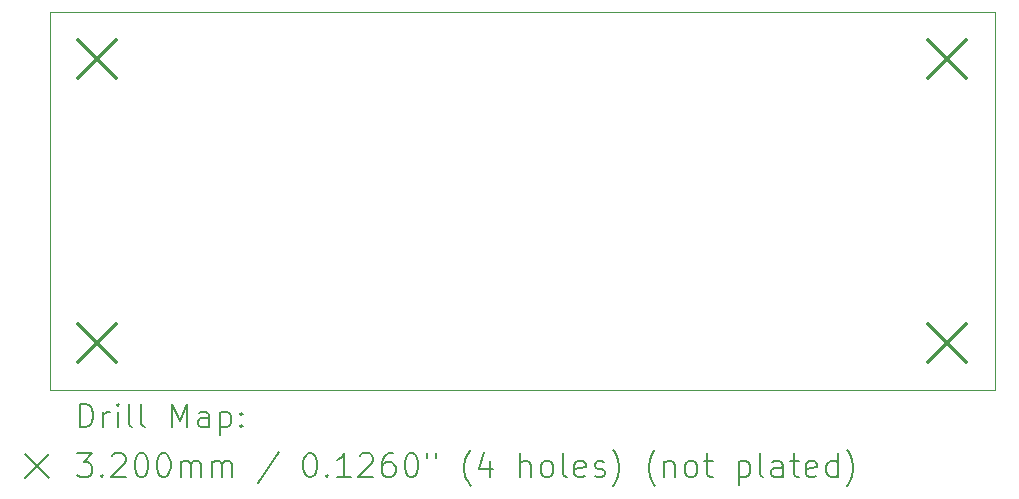
<source format=gbr>
%FSLAX45Y45*%
G04 Gerber Fmt 4.5, Leading zero omitted, Abs format (unit mm)*
G04 Created by KiCad (PCBNEW (6.0.0)) date 2022-01-31 19:36:31*
%MOMM*%
%LPD*%
G01*
G04 APERTURE LIST*
%TA.AperFunction,Profile*%
%ADD10C,0.100000*%
%TD*%
%ADD11C,0.200000*%
%ADD12C,0.320000*%
G04 APERTURE END LIST*
D10*
X10000000Y-6700000D02*
X18000000Y-6700000D01*
X18000000Y-6700000D02*
X18000000Y-9900000D01*
X18000000Y-9900000D02*
X10000000Y-9900000D01*
X10000000Y-9900000D02*
X10000000Y-6700000D01*
D11*
D12*
X10240000Y-6940000D02*
X10560000Y-7260000D01*
X10560000Y-6940000D02*
X10240000Y-7260000D01*
X10240000Y-9340000D02*
X10560000Y-9660000D01*
X10560000Y-9340000D02*
X10240000Y-9660000D01*
X17440000Y-6940000D02*
X17760000Y-7260000D01*
X17760000Y-6940000D02*
X17440000Y-7260000D01*
X17440000Y-9340000D02*
X17760000Y-9660000D01*
X17760000Y-9340000D02*
X17440000Y-9660000D01*
D11*
X10252619Y-10215476D02*
X10252619Y-10015476D01*
X10300238Y-10015476D01*
X10328810Y-10025000D01*
X10347857Y-10044048D01*
X10357381Y-10063095D01*
X10366905Y-10101190D01*
X10366905Y-10129762D01*
X10357381Y-10167857D01*
X10347857Y-10186905D01*
X10328810Y-10205952D01*
X10300238Y-10215476D01*
X10252619Y-10215476D01*
X10452619Y-10215476D02*
X10452619Y-10082143D01*
X10452619Y-10120238D02*
X10462143Y-10101190D01*
X10471667Y-10091667D01*
X10490714Y-10082143D01*
X10509762Y-10082143D01*
X10576429Y-10215476D02*
X10576429Y-10082143D01*
X10576429Y-10015476D02*
X10566905Y-10025000D01*
X10576429Y-10034524D01*
X10585952Y-10025000D01*
X10576429Y-10015476D01*
X10576429Y-10034524D01*
X10700238Y-10215476D02*
X10681190Y-10205952D01*
X10671667Y-10186905D01*
X10671667Y-10015476D01*
X10805000Y-10215476D02*
X10785952Y-10205952D01*
X10776429Y-10186905D01*
X10776429Y-10015476D01*
X11033571Y-10215476D02*
X11033571Y-10015476D01*
X11100238Y-10158333D01*
X11166905Y-10015476D01*
X11166905Y-10215476D01*
X11347857Y-10215476D02*
X11347857Y-10110714D01*
X11338333Y-10091667D01*
X11319286Y-10082143D01*
X11281190Y-10082143D01*
X11262143Y-10091667D01*
X11347857Y-10205952D02*
X11328809Y-10215476D01*
X11281190Y-10215476D01*
X11262143Y-10205952D01*
X11252619Y-10186905D01*
X11252619Y-10167857D01*
X11262143Y-10148810D01*
X11281190Y-10139286D01*
X11328809Y-10139286D01*
X11347857Y-10129762D01*
X11443095Y-10082143D02*
X11443095Y-10282143D01*
X11443095Y-10091667D02*
X11462143Y-10082143D01*
X11500238Y-10082143D01*
X11519286Y-10091667D01*
X11528809Y-10101190D01*
X11538333Y-10120238D01*
X11538333Y-10177381D01*
X11528809Y-10196429D01*
X11519286Y-10205952D01*
X11500238Y-10215476D01*
X11462143Y-10215476D01*
X11443095Y-10205952D01*
X11624048Y-10196429D02*
X11633571Y-10205952D01*
X11624048Y-10215476D01*
X11614524Y-10205952D01*
X11624048Y-10196429D01*
X11624048Y-10215476D01*
X11624048Y-10091667D02*
X11633571Y-10101190D01*
X11624048Y-10110714D01*
X11614524Y-10101190D01*
X11624048Y-10091667D01*
X11624048Y-10110714D01*
X9795000Y-10445000D02*
X9995000Y-10645000D01*
X9995000Y-10445000D02*
X9795000Y-10645000D01*
X10233571Y-10435476D02*
X10357381Y-10435476D01*
X10290714Y-10511667D01*
X10319286Y-10511667D01*
X10338333Y-10521190D01*
X10347857Y-10530714D01*
X10357381Y-10549762D01*
X10357381Y-10597381D01*
X10347857Y-10616429D01*
X10338333Y-10625952D01*
X10319286Y-10635476D01*
X10262143Y-10635476D01*
X10243095Y-10625952D01*
X10233571Y-10616429D01*
X10443095Y-10616429D02*
X10452619Y-10625952D01*
X10443095Y-10635476D01*
X10433571Y-10625952D01*
X10443095Y-10616429D01*
X10443095Y-10635476D01*
X10528810Y-10454524D02*
X10538333Y-10445000D01*
X10557381Y-10435476D01*
X10605000Y-10435476D01*
X10624048Y-10445000D01*
X10633571Y-10454524D01*
X10643095Y-10473571D01*
X10643095Y-10492619D01*
X10633571Y-10521190D01*
X10519286Y-10635476D01*
X10643095Y-10635476D01*
X10766905Y-10435476D02*
X10785952Y-10435476D01*
X10805000Y-10445000D01*
X10814524Y-10454524D01*
X10824048Y-10473571D01*
X10833571Y-10511667D01*
X10833571Y-10559286D01*
X10824048Y-10597381D01*
X10814524Y-10616429D01*
X10805000Y-10625952D01*
X10785952Y-10635476D01*
X10766905Y-10635476D01*
X10747857Y-10625952D01*
X10738333Y-10616429D01*
X10728810Y-10597381D01*
X10719286Y-10559286D01*
X10719286Y-10511667D01*
X10728810Y-10473571D01*
X10738333Y-10454524D01*
X10747857Y-10445000D01*
X10766905Y-10435476D01*
X10957381Y-10435476D02*
X10976429Y-10435476D01*
X10995476Y-10445000D01*
X11005000Y-10454524D01*
X11014524Y-10473571D01*
X11024048Y-10511667D01*
X11024048Y-10559286D01*
X11014524Y-10597381D01*
X11005000Y-10616429D01*
X10995476Y-10625952D01*
X10976429Y-10635476D01*
X10957381Y-10635476D01*
X10938333Y-10625952D01*
X10928810Y-10616429D01*
X10919286Y-10597381D01*
X10909762Y-10559286D01*
X10909762Y-10511667D01*
X10919286Y-10473571D01*
X10928810Y-10454524D01*
X10938333Y-10445000D01*
X10957381Y-10435476D01*
X11109762Y-10635476D02*
X11109762Y-10502143D01*
X11109762Y-10521190D02*
X11119286Y-10511667D01*
X11138333Y-10502143D01*
X11166905Y-10502143D01*
X11185952Y-10511667D01*
X11195476Y-10530714D01*
X11195476Y-10635476D01*
X11195476Y-10530714D02*
X11205000Y-10511667D01*
X11224048Y-10502143D01*
X11252619Y-10502143D01*
X11271667Y-10511667D01*
X11281190Y-10530714D01*
X11281190Y-10635476D01*
X11376428Y-10635476D02*
X11376428Y-10502143D01*
X11376428Y-10521190D02*
X11385952Y-10511667D01*
X11405000Y-10502143D01*
X11433571Y-10502143D01*
X11452619Y-10511667D01*
X11462143Y-10530714D01*
X11462143Y-10635476D01*
X11462143Y-10530714D02*
X11471667Y-10511667D01*
X11490714Y-10502143D01*
X11519286Y-10502143D01*
X11538333Y-10511667D01*
X11547857Y-10530714D01*
X11547857Y-10635476D01*
X11938333Y-10425952D02*
X11766905Y-10683095D01*
X12195476Y-10435476D02*
X12214524Y-10435476D01*
X12233571Y-10445000D01*
X12243095Y-10454524D01*
X12252619Y-10473571D01*
X12262143Y-10511667D01*
X12262143Y-10559286D01*
X12252619Y-10597381D01*
X12243095Y-10616429D01*
X12233571Y-10625952D01*
X12214524Y-10635476D01*
X12195476Y-10635476D01*
X12176428Y-10625952D01*
X12166905Y-10616429D01*
X12157381Y-10597381D01*
X12147857Y-10559286D01*
X12147857Y-10511667D01*
X12157381Y-10473571D01*
X12166905Y-10454524D01*
X12176428Y-10445000D01*
X12195476Y-10435476D01*
X12347857Y-10616429D02*
X12357381Y-10625952D01*
X12347857Y-10635476D01*
X12338333Y-10625952D01*
X12347857Y-10616429D01*
X12347857Y-10635476D01*
X12547857Y-10635476D02*
X12433571Y-10635476D01*
X12490714Y-10635476D02*
X12490714Y-10435476D01*
X12471667Y-10464048D01*
X12452619Y-10483095D01*
X12433571Y-10492619D01*
X12624048Y-10454524D02*
X12633571Y-10445000D01*
X12652619Y-10435476D01*
X12700238Y-10435476D01*
X12719286Y-10445000D01*
X12728809Y-10454524D01*
X12738333Y-10473571D01*
X12738333Y-10492619D01*
X12728809Y-10521190D01*
X12614524Y-10635476D01*
X12738333Y-10635476D01*
X12909762Y-10435476D02*
X12871667Y-10435476D01*
X12852619Y-10445000D01*
X12843095Y-10454524D01*
X12824048Y-10483095D01*
X12814524Y-10521190D01*
X12814524Y-10597381D01*
X12824048Y-10616429D01*
X12833571Y-10625952D01*
X12852619Y-10635476D01*
X12890714Y-10635476D01*
X12909762Y-10625952D01*
X12919286Y-10616429D01*
X12928809Y-10597381D01*
X12928809Y-10549762D01*
X12919286Y-10530714D01*
X12909762Y-10521190D01*
X12890714Y-10511667D01*
X12852619Y-10511667D01*
X12833571Y-10521190D01*
X12824048Y-10530714D01*
X12814524Y-10549762D01*
X13052619Y-10435476D02*
X13071667Y-10435476D01*
X13090714Y-10445000D01*
X13100238Y-10454524D01*
X13109762Y-10473571D01*
X13119286Y-10511667D01*
X13119286Y-10559286D01*
X13109762Y-10597381D01*
X13100238Y-10616429D01*
X13090714Y-10625952D01*
X13071667Y-10635476D01*
X13052619Y-10635476D01*
X13033571Y-10625952D01*
X13024048Y-10616429D01*
X13014524Y-10597381D01*
X13005000Y-10559286D01*
X13005000Y-10511667D01*
X13014524Y-10473571D01*
X13024048Y-10454524D01*
X13033571Y-10445000D01*
X13052619Y-10435476D01*
X13195476Y-10435476D02*
X13195476Y-10473571D01*
X13271667Y-10435476D02*
X13271667Y-10473571D01*
X13566905Y-10711667D02*
X13557381Y-10702143D01*
X13538333Y-10673571D01*
X13528809Y-10654524D01*
X13519286Y-10625952D01*
X13509762Y-10578333D01*
X13509762Y-10540238D01*
X13519286Y-10492619D01*
X13528809Y-10464048D01*
X13538333Y-10445000D01*
X13557381Y-10416429D01*
X13566905Y-10406905D01*
X13728809Y-10502143D02*
X13728809Y-10635476D01*
X13681190Y-10425952D02*
X13633571Y-10568810D01*
X13757381Y-10568810D01*
X13985952Y-10635476D02*
X13985952Y-10435476D01*
X14071667Y-10635476D02*
X14071667Y-10530714D01*
X14062143Y-10511667D01*
X14043095Y-10502143D01*
X14014524Y-10502143D01*
X13995476Y-10511667D01*
X13985952Y-10521190D01*
X14195476Y-10635476D02*
X14176428Y-10625952D01*
X14166905Y-10616429D01*
X14157381Y-10597381D01*
X14157381Y-10540238D01*
X14166905Y-10521190D01*
X14176428Y-10511667D01*
X14195476Y-10502143D01*
X14224048Y-10502143D01*
X14243095Y-10511667D01*
X14252619Y-10521190D01*
X14262143Y-10540238D01*
X14262143Y-10597381D01*
X14252619Y-10616429D01*
X14243095Y-10625952D01*
X14224048Y-10635476D01*
X14195476Y-10635476D01*
X14376428Y-10635476D02*
X14357381Y-10625952D01*
X14347857Y-10606905D01*
X14347857Y-10435476D01*
X14528809Y-10625952D02*
X14509762Y-10635476D01*
X14471667Y-10635476D01*
X14452619Y-10625952D01*
X14443095Y-10606905D01*
X14443095Y-10530714D01*
X14452619Y-10511667D01*
X14471667Y-10502143D01*
X14509762Y-10502143D01*
X14528809Y-10511667D01*
X14538333Y-10530714D01*
X14538333Y-10549762D01*
X14443095Y-10568810D01*
X14614524Y-10625952D02*
X14633571Y-10635476D01*
X14671667Y-10635476D01*
X14690714Y-10625952D01*
X14700238Y-10606905D01*
X14700238Y-10597381D01*
X14690714Y-10578333D01*
X14671667Y-10568810D01*
X14643095Y-10568810D01*
X14624048Y-10559286D01*
X14614524Y-10540238D01*
X14614524Y-10530714D01*
X14624048Y-10511667D01*
X14643095Y-10502143D01*
X14671667Y-10502143D01*
X14690714Y-10511667D01*
X14766905Y-10711667D02*
X14776428Y-10702143D01*
X14795476Y-10673571D01*
X14805000Y-10654524D01*
X14814524Y-10625952D01*
X14824048Y-10578333D01*
X14824048Y-10540238D01*
X14814524Y-10492619D01*
X14805000Y-10464048D01*
X14795476Y-10445000D01*
X14776428Y-10416429D01*
X14766905Y-10406905D01*
X15128809Y-10711667D02*
X15119286Y-10702143D01*
X15100238Y-10673571D01*
X15090714Y-10654524D01*
X15081190Y-10625952D01*
X15071667Y-10578333D01*
X15071667Y-10540238D01*
X15081190Y-10492619D01*
X15090714Y-10464048D01*
X15100238Y-10445000D01*
X15119286Y-10416429D01*
X15128809Y-10406905D01*
X15205000Y-10502143D02*
X15205000Y-10635476D01*
X15205000Y-10521190D02*
X15214524Y-10511667D01*
X15233571Y-10502143D01*
X15262143Y-10502143D01*
X15281190Y-10511667D01*
X15290714Y-10530714D01*
X15290714Y-10635476D01*
X15414524Y-10635476D02*
X15395476Y-10625952D01*
X15385952Y-10616429D01*
X15376428Y-10597381D01*
X15376428Y-10540238D01*
X15385952Y-10521190D01*
X15395476Y-10511667D01*
X15414524Y-10502143D01*
X15443095Y-10502143D01*
X15462143Y-10511667D01*
X15471667Y-10521190D01*
X15481190Y-10540238D01*
X15481190Y-10597381D01*
X15471667Y-10616429D01*
X15462143Y-10625952D01*
X15443095Y-10635476D01*
X15414524Y-10635476D01*
X15538333Y-10502143D02*
X15614524Y-10502143D01*
X15566905Y-10435476D02*
X15566905Y-10606905D01*
X15576428Y-10625952D01*
X15595476Y-10635476D01*
X15614524Y-10635476D01*
X15833571Y-10502143D02*
X15833571Y-10702143D01*
X15833571Y-10511667D02*
X15852619Y-10502143D01*
X15890714Y-10502143D01*
X15909762Y-10511667D01*
X15919286Y-10521190D01*
X15928809Y-10540238D01*
X15928809Y-10597381D01*
X15919286Y-10616429D01*
X15909762Y-10625952D01*
X15890714Y-10635476D01*
X15852619Y-10635476D01*
X15833571Y-10625952D01*
X16043095Y-10635476D02*
X16024048Y-10625952D01*
X16014524Y-10606905D01*
X16014524Y-10435476D01*
X16205000Y-10635476D02*
X16205000Y-10530714D01*
X16195476Y-10511667D01*
X16176428Y-10502143D01*
X16138333Y-10502143D01*
X16119286Y-10511667D01*
X16205000Y-10625952D02*
X16185952Y-10635476D01*
X16138333Y-10635476D01*
X16119286Y-10625952D01*
X16109762Y-10606905D01*
X16109762Y-10587857D01*
X16119286Y-10568810D01*
X16138333Y-10559286D01*
X16185952Y-10559286D01*
X16205000Y-10549762D01*
X16271667Y-10502143D02*
X16347857Y-10502143D01*
X16300238Y-10435476D02*
X16300238Y-10606905D01*
X16309762Y-10625952D01*
X16328809Y-10635476D01*
X16347857Y-10635476D01*
X16490714Y-10625952D02*
X16471667Y-10635476D01*
X16433571Y-10635476D01*
X16414524Y-10625952D01*
X16405000Y-10606905D01*
X16405000Y-10530714D01*
X16414524Y-10511667D01*
X16433571Y-10502143D01*
X16471667Y-10502143D01*
X16490714Y-10511667D01*
X16500238Y-10530714D01*
X16500238Y-10549762D01*
X16405000Y-10568810D01*
X16671667Y-10635476D02*
X16671667Y-10435476D01*
X16671667Y-10625952D02*
X16652619Y-10635476D01*
X16614524Y-10635476D01*
X16595476Y-10625952D01*
X16585952Y-10616429D01*
X16576428Y-10597381D01*
X16576428Y-10540238D01*
X16585952Y-10521190D01*
X16595476Y-10511667D01*
X16614524Y-10502143D01*
X16652619Y-10502143D01*
X16671667Y-10511667D01*
X16747857Y-10711667D02*
X16757381Y-10702143D01*
X16776428Y-10673571D01*
X16785952Y-10654524D01*
X16795476Y-10625952D01*
X16805000Y-10578333D01*
X16805000Y-10540238D01*
X16795476Y-10492619D01*
X16785952Y-10464048D01*
X16776428Y-10445000D01*
X16757381Y-10416429D01*
X16747857Y-10406905D01*
M02*

</source>
